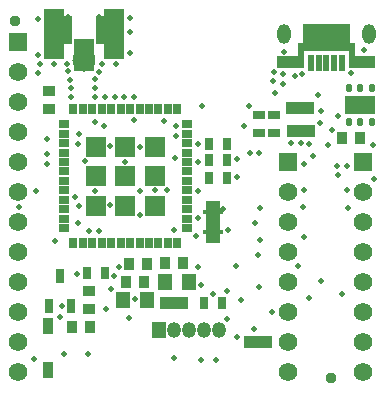
<source format=gbr>
%TF.GenerationSoftware,Altium Limited,Altium Designer,18.1.6 (161)*%
G04 Layer_Color=16711935*
%FSLAX26Y26*%
%MOIN*%
%TF.FileFunction,Soldermask,Bot*%
%TF.Part,Single*%
G01*
G75*
%TA.AperFunction,NonConductor*%
%ADD56R,0.033000X0.042000*%
%ADD57R,0.047244X0.086614*%
%ADD58R,0.066000X0.015000*%
%TA.AperFunction,SMDPad,CuDef*%
%ADD59R,0.025984X0.037795*%
%ADD60R,0.037795X0.025984*%
%TA.AperFunction,BGAPad,CuDef*%
%ADD61R,0.069291X0.069291*%
%TA.AperFunction,SMDPad,CuDef*%
%ADD62R,0.030299X0.040299*%
%TA.AperFunction,FiducialPad,Global*%
%ADD63C,0.037795*%
%TA.AperFunction,SMDPad,CuDef*%
%ADD64R,0.100000X0.064567*%
G04:AMPARAMS|DCode=65|XSize=21.26mil|YSize=29.134mil|CornerRadius=6.693mil|HoleSize=0mil|Usage=FLASHONLY|Rotation=0.000|XOffset=0mil|YOffset=0mil|HoleType=Round|Shape=RoundedRectangle|*
%AMROUNDEDRECTD65*
21,1,0.021260,0.015748,0,0,0.0*
21,1,0.007874,0.029134,0,0,0.0*
1,1,0.013386,0.003937,-0.007874*
1,1,0.013386,-0.003937,-0.007874*
1,1,0.013386,-0.003937,0.007874*
1,1,0.013386,0.003937,0.007874*
%
%ADD65ROUNDEDRECTD65*%
%ADD66R,0.030299X0.045299*%
%ADD67R,0.034299X0.054299*%
%ADD68R,0.022047X0.057480*%
%ADD69R,0.048299X0.093299*%
%ADD70R,0.048299X0.048299*%
%ADD71R,0.066299X0.166299*%
%ADD72R,0.066299X0.106299*%
%ADD73R,0.045299X0.055299*%
%ADD74R,0.040299X0.036299*%
%ADD75R,0.036299X0.040299*%
%ADD76R,0.040299X0.030299*%
%ADD77R,0.045669X0.045669*%
%TA.AperFunction,ComponentPad*%
%ADD78R,0.061299X0.061299*%
%ADD79C,0.061299*%
%ADD80O,0.046299X0.053543*%
%ADD81R,0.046299X0.053543*%
%ADD82C,0.077299*%
%ADD83O,0.045669X0.065354*%
%TA.AperFunction,ViaPad*%
%ADD84C,0.018110*%
G36*
X913483Y1062996D02*
X1002073D01*
Y1120076D01*
X1151673D01*
Y1062996D01*
X1240263D01*
Y1102366D01*
X1173333D01*
Y1145666D01*
X1155613D01*
Y1210626D01*
X998133D01*
Y1145666D01*
X980413D01*
Y1102366D01*
X913483D01*
Y1062996D01*
D02*
G37*
D56*
X851500Y150000D02*
D03*
X989477Y853873D02*
D03*
X988500Y930000D02*
D03*
X571500Y280000D02*
D03*
D57*
X700000Y550003D02*
D03*
D58*
X700000Y516500D02*
D03*
Y582500D02*
D03*
D59*
X579961Y480118D02*
D03*
X548465D02*
D03*
X516968D02*
D03*
X485472D02*
D03*
X453976D02*
D03*
X422480D02*
D03*
X390984D02*
D03*
X359488D02*
D03*
X327992D02*
D03*
X296496D02*
D03*
X265000D02*
D03*
X233504D02*
D03*
Y925000D02*
D03*
X265000D02*
D03*
X296496D02*
D03*
X327992D02*
D03*
X359488D02*
D03*
X390984D02*
D03*
X422480D02*
D03*
X453976D02*
D03*
X485472D02*
D03*
X516968D02*
D03*
X548465D02*
D03*
X579961D02*
D03*
D60*
X202008Y529331D02*
D03*
Y560827D02*
D03*
Y592323D02*
D03*
Y623819D02*
D03*
Y655315D02*
D03*
Y686811D02*
D03*
Y718307D02*
D03*
Y749803D02*
D03*
Y781299D02*
D03*
Y812795D02*
D03*
Y844291D02*
D03*
Y875787D02*
D03*
X611457D02*
D03*
Y844291D02*
D03*
Y812795D02*
D03*
Y781299D02*
D03*
Y749803D02*
D03*
Y718307D02*
D03*
Y686811D02*
D03*
Y655315D02*
D03*
Y623819D02*
D03*
Y592323D02*
D03*
Y560827D02*
D03*
Y529331D02*
D03*
D61*
X406730Y702557D02*
D03*
Y800982D02*
D03*
X505156D02*
D03*
Y702557D02*
D03*
Y604131D02*
D03*
X406730D02*
D03*
X308305D02*
D03*
Y702557D02*
D03*
Y800982D02*
D03*
D62*
X670000Y280000D02*
D03*
X730000D02*
D03*
X280000Y380000D02*
D03*
X340000D02*
D03*
X745000Y695000D02*
D03*
X685000D02*
D03*
Y810000D02*
D03*
X745000D02*
D03*
X685000Y755000D02*
D03*
X745000D02*
D03*
D63*
X40000Y1220000D02*
D03*
X1092824Y30000D02*
D03*
D64*
X1190000Y940000D02*
D03*
D65*
X1229370Y995118D02*
D03*
X1190000D02*
D03*
X1150630D02*
D03*
X1229370Y884882D02*
D03*
X1190000D02*
D03*
X1150630D02*
D03*
D66*
X227000Y270000D02*
D03*
X153000D02*
D03*
X190000Y370000D02*
D03*
D67*
X150000Y57000D02*
D03*
Y203000D02*
D03*
D68*
X1076874Y1081496D02*
D03*
X1051283D02*
D03*
X1102465D02*
D03*
X1025693D02*
D03*
X1128055D02*
D03*
D69*
X331000Y1190000D02*
D03*
X205500D02*
D03*
D70*
X268000Y1127000D02*
D03*
D71*
X369000Y1175000D02*
D03*
X169000D02*
D03*
D72*
X269000Y1105000D02*
D03*
D73*
X400000Y290000D02*
D03*
X480000D02*
D03*
X620000Y350000D02*
D03*
X540000D02*
D03*
D74*
X151000Y985000D02*
D03*
Y925000D02*
D03*
X285000Y320000D02*
D03*
Y260000D02*
D03*
D75*
X820000Y150000D02*
D03*
X880000D02*
D03*
X960977Y853873D02*
D03*
X1020977D02*
D03*
X1020000Y930000D02*
D03*
X960000D02*
D03*
X230000Y200000D02*
D03*
X290000D02*
D03*
X540000Y412000D02*
D03*
X600000D02*
D03*
X470000Y350000D02*
D03*
X410000D02*
D03*
X480000Y410000D02*
D03*
X420000D02*
D03*
X600000Y280000D02*
D03*
X540000D02*
D03*
X1190000Y830000D02*
D03*
X1130000D02*
D03*
D76*
X853000Y907000D02*
D03*
Y847000D02*
D03*
X903000Y907000D02*
D03*
Y847000D02*
D03*
D77*
X700000Y597244D02*
D03*
Y550000D02*
D03*
Y502756D02*
D03*
D78*
X1200000Y750000D02*
D03*
X950000D02*
D03*
X49997Y1150003D02*
D03*
D79*
X1200000Y550000D02*
D03*
Y450000D02*
D03*
Y650000D02*
D03*
Y350000D02*
D03*
Y250000D02*
D03*
Y150000D02*
D03*
Y50000D02*
D03*
X950000Y550000D02*
D03*
Y450000D02*
D03*
Y650000D02*
D03*
Y350000D02*
D03*
Y250000D02*
D03*
Y150000D02*
D03*
Y50000D02*
D03*
X49997Y1050003D02*
D03*
Y950003D02*
D03*
Y650003D02*
D03*
Y850003D02*
D03*
Y750003D02*
D03*
Y550003D02*
D03*
X50000Y150000D02*
D03*
Y50000D02*
D03*
X49997Y450003D02*
D03*
Y350003D02*
D03*
Y250003D02*
D03*
D80*
X670000Y190000D02*
D03*
X620000D02*
D03*
X720000D02*
D03*
X570000D02*
D03*
D81*
X520000D02*
D03*
D82*
X269000Y1090000D02*
D03*
D83*
X934748Y1175000D02*
D03*
X1219000D02*
D03*
D84*
X333794Y868252D02*
D03*
X801000Y871000D02*
D03*
X436000Y889000D02*
D03*
X535000Y886000D02*
D03*
X575000Y869000D02*
D03*
X905000Y980000D02*
D03*
X931000Y1042000D02*
D03*
X900000Y1021000D02*
D03*
X901575Y1051181D02*
D03*
X931496Y1010504D02*
D03*
X973000Y1035000D02*
D03*
X995000Y1043000D02*
D03*
X145000Y825000D02*
D03*
X748000Y522000D02*
D03*
X839000Y547000D02*
D03*
X273000Y752000D02*
D03*
X145000Y776000D02*
D03*
X733608Y593000D02*
D03*
X572000Y763000D02*
D03*
X576000Y835000D02*
D03*
X1083000Y807000D02*
D03*
X641000Y503000D02*
D03*
X568000Y522000D02*
D03*
X172000Y488000D02*
D03*
X109000Y652000D02*
D03*
X53000Y600000D02*
D03*
X237441Y633000D02*
D03*
X456000Y800000D02*
D03*
X253000Y604000D02*
D03*
X305000Y884000D02*
D03*
X253000Y842000D02*
D03*
X250000Y810000D02*
D03*
X145000Y743894D02*
D03*
X649000Y653000D02*
D03*
X650000Y750000D02*
D03*
Y562000D02*
D03*
X121000Y1076504D02*
D03*
X114000Y1045000D02*
D03*
X1202000Y1122000D02*
D03*
X853248Y780000D02*
D03*
X821752D02*
D03*
X1054000Y881000D02*
D03*
X1058000Y919000D02*
D03*
X793315Y291315D02*
D03*
X1232000Y808000D02*
D03*
X1234000Y692000D02*
D03*
X1113000Y737000D02*
D03*
X1145000Y736000D02*
D03*
X993000Y813000D02*
D03*
X1059000Y352000D02*
D03*
X1116000Y904000D02*
D03*
X570000Y98000D02*
D03*
X328000Y1075000D02*
D03*
X318000Y1049000D02*
D03*
X935000Y1118000D02*
D03*
X305000Y1025000D02*
D03*
Y995000D02*
D03*
X307000Y966000D02*
D03*
X212000Y1078000D02*
D03*
X217000Y1052000D02*
D03*
X222000Y1023000D02*
D03*
X225000Y995000D02*
D03*
Y965000D02*
D03*
X780000Y700000D02*
D03*
X357000Y605000D02*
D03*
X250000Y545000D02*
D03*
X307000Y653000D02*
D03*
X504000Y655000D02*
D03*
X357000Y802000D02*
D03*
X405000Y750000D02*
D03*
X455000Y654000D02*
D03*
X370000Y370000D02*
D03*
X650000Y810000D02*
D03*
X320163Y519606D02*
D03*
X285000Y520000D02*
D03*
X420000Y230000D02*
D03*
X700000Y310000D02*
D03*
X660000Y90000D02*
D03*
X710000D02*
D03*
X780000Y165000D02*
D03*
Y760000D02*
D03*
X650000Y400000D02*
D03*
X660000Y340000D02*
D03*
X960000Y814000D02*
D03*
X1002000Y655000D02*
D03*
X818000Y935000D02*
D03*
X662000D02*
D03*
X854000Y595000D02*
D03*
X1144000Y656000D02*
D03*
X1150000Y598000D02*
D03*
X1020000Y810000D02*
D03*
X1114000Y706000D02*
D03*
X1000000Y600000D02*
D03*
X1002000Y500000D02*
D03*
X981000Y402000D02*
D03*
X1128000Y310000D02*
D03*
X854000Y488910D02*
D03*
X850000Y439000D02*
D03*
X852000Y334000D02*
D03*
X776000Y403000D02*
D03*
X1020000Y297000D02*
D03*
X894000Y250000D02*
D03*
X836000Y194000D02*
D03*
X746000Y321000D02*
D03*
X747000Y227000D02*
D03*
X386000Y399000D02*
D03*
X245000Y378000D02*
D03*
X103000Y94000D02*
D03*
X203000Y110000D02*
D03*
X282000D02*
D03*
X197000Y269000D02*
D03*
X341000Y261000D02*
D03*
X116000Y1228000D02*
D03*
X115000Y1108000D02*
D03*
X423000Y1230000D02*
D03*
X421000Y1183000D02*
D03*
Y1112000D02*
D03*
X376000Y1075000D02*
D03*
X168000D02*
D03*
X320000Y1232000D02*
D03*
X217000Y1233000D02*
D03*
X338000Y966000D02*
D03*
X371000D02*
D03*
X402000D02*
D03*
X435000D02*
D03*
X455000Y573000D02*
D03*
X544000Y655000D02*
D03*
X190000Y233000D02*
D03*
X358000Y325000D02*
D03*
X438000Y294000D02*
D03*
X1047244Y972441D02*
D03*
X1157675Y1047277D02*
D03*
X1033000Y770000D02*
D03*
X1003000Y742000D02*
D03*
X1095000Y855000D02*
D03*
%TF.MD5,5d5808609348037ac1f9cee5f4bfcd2d*%
M02*

</source>
